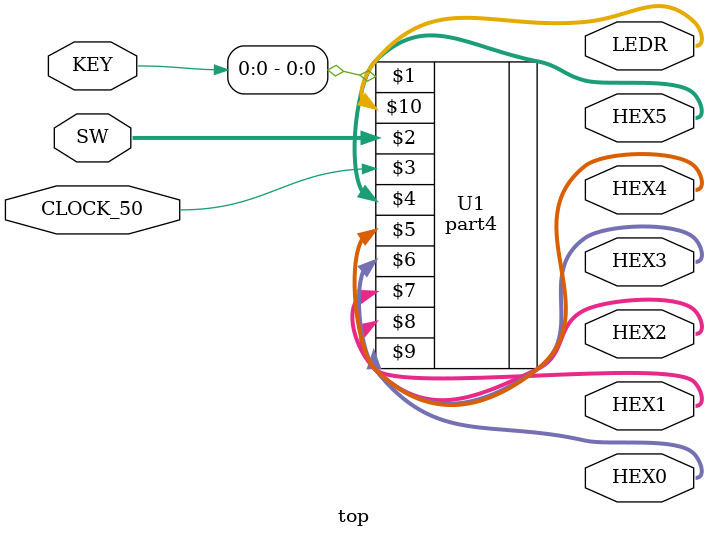
<source format=v>
module top (CLOCK_50, SW, KEY, HEX0, HEX1, HEX2, HEX3, HEX4, HEX5, LEDR);

    input CLOCK_50;             // DE-series 50 MHz clock signal
    input wire [9:0] SW;        // DE-series switches
    input wire [3:0] KEY;       // DE-series pushbuttons

    output wire [6:0] HEX0;     // DE-series HEX displays
    output wire [6:0] HEX1;
    output wire [6:0] HEX2;
    output wire [6:0] HEX3;
    output wire [6:0] HEX4;
    output wire [6:0] HEX5;

    output wire [9:0] LEDR;     // DE-series LEDs   

    part4 U1 (KEY[0], SW, CLOCK_50, HEX5, HEX4, HEX3, HEX2, HEX1, HEX0, LEDR);

endmodule


</source>
